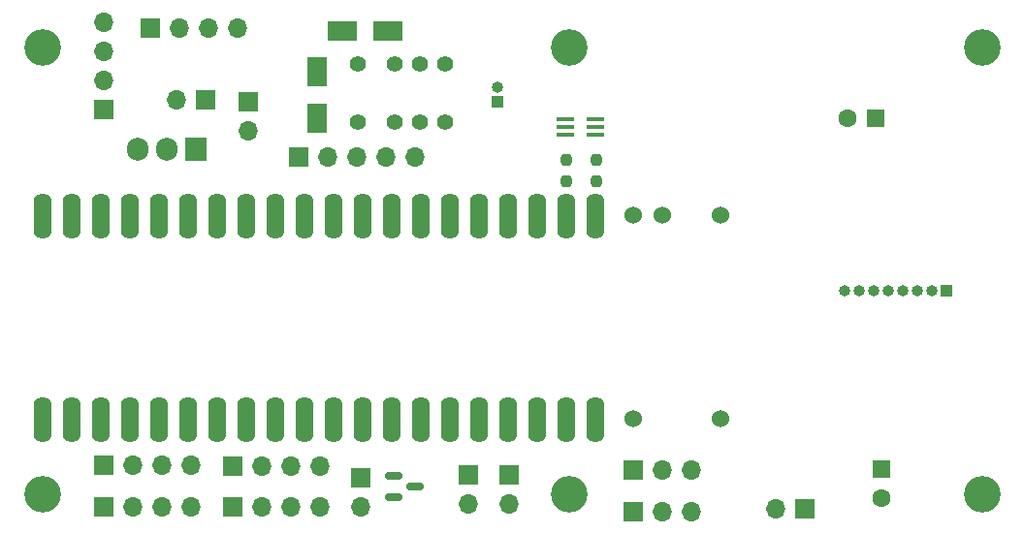
<source format=gbr>
%TF.GenerationSoftware,KiCad,Pcbnew,7.0.9*%
%TF.CreationDate,2024-04-16T22:37:01+03:00*%
%TF.ProjectId,Pistol_Camera_Driver,50697374-6f6c-45f4-9361-6d6572615f44,rev?*%
%TF.SameCoordinates,Original*%
%TF.FileFunction,Soldermask,Top*%
%TF.FilePolarity,Negative*%
%FSLAX46Y46*%
G04 Gerber Fmt 4.6, Leading zero omitted, Abs format (unit mm)*
G04 Created by KiCad (PCBNEW 7.0.9) date 2024-04-16 22:37:01*
%MOMM*%
%LPD*%
G01*
G04 APERTURE LIST*
G04 Aperture macros list*
%AMRoundRect*
0 Rectangle with rounded corners*
0 $1 Rounding radius*
0 $2 $3 $4 $5 $6 $7 $8 $9 X,Y pos of 4 corners*
0 Add a 4 corners polygon primitive as box body*
4,1,4,$2,$3,$4,$5,$6,$7,$8,$9,$2,$3,0*
0 Add four circle primitives for the rounded corners*
1,1,$1+$1,$2,$3*
1,1,$1+$1,$4,$5*
1,1,$1+$1,$6,$7*
1,1,$1+$1,$8,$9*
0 Add four rect primitives between the rounded corners*
20,1,$1+$1,$2,$3,$4,$5,0*
20,1,$1+$1,$4,$5,$6,$7,0*
20,1,$1+$1,$6,$7,$8,$9,0*
20,1,$1+$1,$8,$9,$2,$3,0*%
G04 Aperture macros list end*
%ADD10R,1.700000X1.700000*%
%ADD11O,1.700000X1.700000*%
%ADD12C,1.400000*%
%ADD13C,3.200000*%
%ADD14R,1.600000X1.600000*%
%ADD15C,1.600000*%
%ADD16RoundRect,0.237500X0.237500X-0.250000X0.237500X0.250000X-0.237500X0.250000X-0.237500X-0.250000X0*%
%ADD17R,1.500000X0.400000*%
%ADD18R,2.500000X1.800000*%
%ADD19R,1.905000X2.000000*%
%ADD20O,1.905000X2.000000*%
%ADD21R,1.800000X2.500000*%
%ADD22O,1.600000X4.000000*%
%ADD23RoundRect,0.150000X-0.587500X-0.150000X0.587500X-0.150000X0.587500X0.150000X-0.587500X0.150000X0*%
%ADD24C,1.524000*%
%ADD25R,1.000000X1.000000*%
%ADD26O,1.000000X1.000000*%
G04 APERTURE END LIST*
D10*
%TO.C,J7*%
X79200000Y-76200000D03*
D11*
X81740000Y-76200000D03*
X84280000Y-76200000D03*
%TD*%
D10*
%TO.C,J1*%
X55400000Y-73260000D03*
D11*
X55400000Y-75800000D03*
%TD*%
D10*
%TO.C,J12*%
X44200000Y-75800000D03*
D11*
X46740000Y-75800000D03*
X49280000Y-75800000D03*
X51820000Y-75800000D03*
%TD*%
D12*
%TO.C,K1*%
X55150000Y-42140000D03*
X58350000Y-42140000D03*
X60550000Y-42140000D03*
X62750000Y-42140000D03*
X62750000Y-37060000D03*
X60550000Y-37060000D03*
X58350000Y-37060000D03*
X55150000Y-37060000D03*
%TD*%
D10*
%TO.C,J6*%
X79200000Y-72575000D03*
D11*
X81740000Y-72575000D03*
X84280000Y-72575000D03*
%TD*%
D13*
%TO.C,REF\u002A\u002A*%
X73645000Y-74650000D03*
%TD*%
D10*
%TO.C,J11*%
X64800000Y-73000000D03*
D11*
X64800000Y-75540000D03*
%TD*%
D13*
%TO.C,REF\u002A\u002A*%
X73645000Y-35650000D03*
%TD*%
D10*
%TO.C,J10*%
X68400000Y-73000000D03*
D11*
X68400000Y-75540000D03*
%TD*%
D14*
%TO.C,C4*%
X100850000Y-72524989D03*
D15*
X100850000Y-75024989D03*
%TD*%
D14*
%TO.C,C9*%
X100400000Y-41800000D03*
D15*
X97900000Y-41800000D03*
%TD*%
D16*
%TO.C,R24*%
X73400000Y-47312500D03*
X73400000Y-45487500D03*
%TD*%
D10*
%TO.C,J17*%
X33000000Y-41080000D03*
D11*
X33000000Y-38540000D03*
X33000000Y-36000000D03*
X33000000Y-33460000D03*
%TD*%
D10*
%TO.C,J16*%
X33000000Y-72175000D03*
D11*
X35540000Y-72175000D03*
X38080000Y-72175000D03*
X40620000Y-72175000D03*
%TD*%
D17*
%TO.C,Q1*%
X73270000Y-41950000D03*
X73270000Y-42600000D03*
X73270000Y-43250000D03*
X75930000Y-43250000D03*
X75930000Y-42600000D03*
X75930000Y-41950000D03*
%TD*%
D10*
%TO.C,J2*%
X45600000Y-40400000D03*
D11*
X45600000Y-42940000D03*
%TD*%
D10*
%TO.C,J8*%
X94200000Y-76000000D03*
D11*
X91660000Y-76000000D03*
%TD*%
D18*
%TO.C,D4*%
X53800000Y-34200000D03*
X57800000Y-34200000D03*
%TD*%
D19*
%TO.C,U1*%
X41000000Y-44550000D03*
D20*
X38460000Y-44550000D03*
X35920000Y-44550000D03*
%TD*%
D21*
%TO.C,D3*%
X51600000Y-41800000D03*
X51600000Y-37800000D03*
%TD*%
D22*
%TO.C,U3*%
X27645000Y-68155000D03*
X30185000Y-68155000D03*
X32725000Y-68155000D03*
X35265000Y-68155000D03*
X37805000Y-68155000D03*
X40345000Y-68155000D03*
X42885000Y-68155000D03*
X45425000Y-68155000D03*
X47965000Y-68155000D03*
X50505000Y-68155000D03*
X53045000Y-68155000D03*
X55585000Y-68155000D03*
X58125000Y-68155000D03*
X60665000Y-68155000D03*
X63205000Y-68155000D03*
X65745000Y-68155000D03*
X68285000Y-68155000D03*
X70825000Y-68155000D03*
X73365000Y-68155000D03*
X75905000Y-68155000D03*
X75905000Y-50375000D03*
X73365000Y-50375000D03*
X70825000Y-50375000D03*
X68285000Y-50375000D03*
X65745000Y-50375000D03*
X63205000Y-50375000D03*
X60665000Y-50375000D03*
X58125000Y-50375000D03*
X55585000Y-50375000D03*
X53045000Y-50375000D03*
X50505000Y-50375000D03*
X47965000Y-50375000D03*
X45425000Y-50375000D03*
X42885000Y-50375000D03*
X40345000Y-50375000D03*
X37805000Y-50375000D03*
X35265000Y-50375000D03*
X32725000Y-50375000D03*
X30185000Y-50375000D03*
X27645000Y-50375000D03*
%TD*%
D13*
%TO.C,REF\u002A\u002A*%
X27645000Y-35650000D03*
%TD*%
D10*
%TO.C,J4*%
X41850000Y-40225000D03*
D11*
X39310000Y-40225000D03*
%TD*%
D10*
%TO.C,J15*%
X33000000Y-75800000D03*
D11*
X35540000Y-75800000D03*
X38080000Y-75800000D03*
X40620000Y-75800000D03*
%TD*%
D13*
%TO.C,REF\u002A\u002A*%
X109645000Y-74650000D03*
%TD*%
D10*
%TO.C,J9*%
X44200000Y-72200000D03*
D11*
X46740000Y-72200000D03*
X49280000Y-72200000D03*
X51820000Y-72200000D03*
%TD*%
D23*
%TO.C,Q2*%
X58262500Y-73050000D03*
X58262500Y-74950000D03*
X60137500Y-74000000D03*
%TD*%
D24*
%TO.C,U7*%
X86810000Y-50310000D03*
X81730000Y-50310000D03*
X79190000Y-50310000D03*
X79190000Y-68090000D03*
X86810000Y-68090000D03*
%TD*%
D13*
%TO.C,REF\u002A\u002A*%
X27645000Y-74650000D03*
%TD*%
D25*
%TO.C,J13*%
X67375000Y-40425000D03*
D26*
X67375000Y-39155000D03*
%TD*%
D16*
%TO.C,R23*%
X76000000Y-47312500D03*
X76000000Y-45487500D03*
%TD*%
D25*
%TO.C,J3*%
X106530000Y-56924989D03*
D26*
X105260000Y-56924989D03*
X103990000Y-56924989D03*
X102720000Y-56924989D03*
X101450000Y-56924989D03*
X100180000Y-56924989D03*
X98910000Y-56924989D03*
X97640000Y-56924989D03*
%TD*%
D10*
%TO.C,J14*%
X37000000Y-33975000D03*
D11*
X39540000Y-33975000D03*
X42080000Y-33975000D03*
X44620000Y-33975000D03*
%TD*%
D10*
%TO.C,J5*%
X50000000Y-45200000D03*
D11*
X52540000Y-45200000D03*
X55080000Y-45200000D03*
X57620000Y-45200000D03*
X60160000Y-45200000D03*
%TD*%
D13*
%TO.C,REF\u002A\u002A*%
X109645000Y-35650000D03*
%TD*%
M02*

</source>
